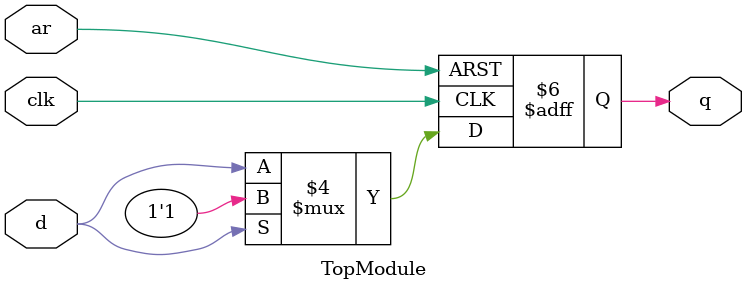
<source format=sv>

module TopModule (
  input clk,
  input d,
  input ar,
  output logic q
);
reg q; // Internal register for q
always @(posedge clk or negedge ar) // Always block triggers on positive edge of clk and any change on ar
begin
  if (~ar) // If reset signal is low, set the flip-flop to 0
    q <= 0;
  else if (d) // If data input and reset are both high, set the flip-flop to 1
    q <= 1;
  else // Otherwise, latch the value of d on positive edge of clk
    q <= d;
end

assign q = q; // Assign output to internal register

endmodule

</source>
